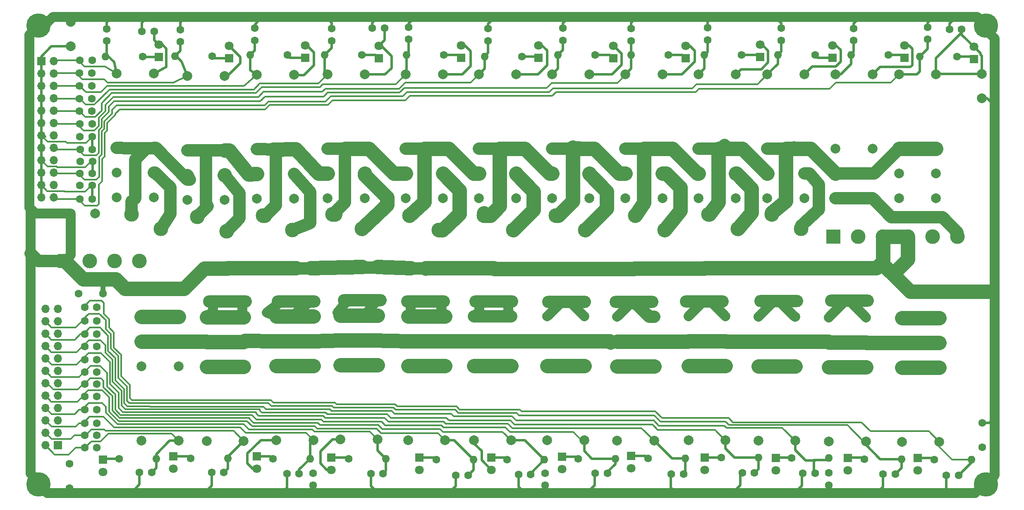
<source format=gbr>
G04 #@! TF.FileFunction,Copper,L1,Top,Signal*
%FSLAX46Y46*%
G04 Gerber Fmt 4.6, Leading zero omitted, Abs format (unit mm)*
G04 Created by KiCad (PCBNEW 4.0.7) date 11/24/19 00:27:14*
%MOMM*%
%LPD*%
G01*
G04 APERTURE LIST*
%ADD10C,0.100000*%
%ADD11C,2.000000*%
%ADD12R,1.800000X1.800000*%
%ADD13C,1.800000*%
%ADD14C,1.600000*%
%ADD15C,5.000000*%
%ADD16O,1.600000X1.600000*%
%ADD17R,1.700000X1.700000*%
%ADD18O,1.700000X1.700000*%
%ADD19C,3.000000*%
%ADD20R,3.000000X3.000000*%
%ADD21O,10.000000X2.500000*%
%ADD22C,1.700000*%
%ADD23C,3.000000*%
%ADD24C,1.000000*%
%ADD25C,2.500000*%
%ADD26C,0.500000*%
%ADD27C,2.000000*%
%ADD28C,0.350000*%
G04 APERTURE END LIST*
D10*
D11*
X180400000Y-118100000D03*
X180400000Y-102860000D03*
X180400000Y-92700000D03*
X180400000Y-97780000D03*
X188000000Y-118100000D03*
X188000000Y-97780000D03*
X188000000Y-102860000D03*
X188000000Y-92700000D03*
X137200000Y-118000000D03*
X137200000Y-102760000D03*
X137200000Y-92600000D03*
X137200000Y-97680000D03*
X144800000Y-118000000D03*
X144800000Y-97680000D03*
X144800000Y-102760000D03*
X144800000Y-92600000D03*
X54150000Y-118100000D03*
X54150000Y-102860000D03*
X54150000Y-92700000D03*
X54150000Y-97780000D03*
X61750000Y-118100000D03*
X61750000Y-97780000D03*
X61750000Y-102860000D03*
X61750000Y-92700000D03*
D12*
X140200000Y-121400000D03*
D13*
X140200000Y-123940000D03*
D14*
X41500000Y-40100000D03*
X44000000Y-40100000D03*
X41450000Y-42700000D03*
X43950000Y-42700000D03*
X41450000Y-45300000D03*
X43950000Y-45300000D03*
X41450000Y-47950000D03*
X43950000Y-47950000D03*
X41450000Y-50500000D03*
X43950000Y-50500000D03*
X41500000Y-53100000D03*
X44000000Y-53100000D03*
X41540000Y-55790000D03*
X44040000Y-55790000D03*
X41560000Y-58340000D03*
X44060000Y-58340000D03*
X41600000Y-60830000D03*
X44100000Y-60830000D03*
X41500000Y-63250000D03*
X44000000Y-63250000D03*
D11*
X226150000Y-47900000D03*
X226150000Y-42900000D03*
D14*
X41500000Y-65750000D03*
X44000000Y-65750000D03*
X42500000Y-90750000D03*
X45000000Y-90750000D03*
X185100000Y-36000000D03*
X185100000Y-33500000D03*
X170000000Y-35900000D03*
X170000000Y-33400000D03*
X154400000Y-36100000D03*
X154400000Y-33600000D03*
X140400000Y-36000000D03*
X140400000Y-33500000D03*
X125100000Y-36100000D03*
X125100000Y-33600000D03*
X108800000Y-35800000D03*
X108800000Y-33300000D03*
X93100000Y-36100000D03*
X93100000Y-33600000D03*
X77300000Y-36000000D03*
X77300000Y-33500000D03*
X62100000Y-36300000D03*
X62100000Y-33800000D03*
X47000000Y-36150000D03*
X47000000Y-33650000D03*
D11*
X39675000Y-32250000D03*
X39675000Y-37250000D03*
X39650000Y-71500000D03*
X44650000Y-71500000D03*
D14*
X41500000Y-68500000D03*
X44000000Y-68500000D03*
X54200000Y-34150000D03*
X56700000Y-34150000D03*
X219550000Y-33750000D03*
X222050000Y-33750000D03*
X101400000Y-33450000D03*
X103900000Y-33450000D03*
X215050000Y-35800000D03*
X215050000Y-33300000D03*
X199950000Y-36050000D03*
X199950000Y-33550000D03*
D12*
X57650000Y-39450000D03*
D13*
X57650000Y-36910000D03*
D12*
X72100000Y-39650000D03*
D13*
X72100000Y-37110000D03*
D12*
X87600000Y-39550000D03*
D13*
X87600000Y-37010000D03*
D12*
X102700000Y-39650000D03*
D13*
X102700000Y-37110000D03*
D12*
X119600000Y-39600000D03*
D13*
X119600000Y-37060000D03*
D12*
X135400000Y-39550000D03*
D13*
X135400000Y-37010000D03*
D12*
X150700000Y-39700000D03*
D13*
X150700000Y-37160000D03*
D12*
X165550000Y-39650000D03*
D13*
X165550000Y-37110000D03*
D12*
X180800000Y-39450000D03*
D13*
X180800000Y-36910000D03*
D12*
X195550000Y-39550000D03*
D13*
X195550000Y-37010000D03*
D12*
X224520000Y-39810000D03*
D13*
X224520000Y-37270000D03*
D12*
X210310000Y-39620000D03*
D13*
X210310000Y-37080000D03*
D15*
X33000000Y-33000000D03*
X33000000Y-127000000D03*
X227000000Y-33000000D03*
X227000000Y-127000000D03*
D14*
X54350000Y-39300000D03*
D16*
X46730000Y-39300000D03*
D14*
X68600000Y-39250000D03*
D16*
X60980000Y-39250000D03*
D14*
X84000000Y-39000000D03*
D16*
X76380000Y-39000000D03*
D14*
X99250000Y-39000000D03*
D16*
X91630000Y-39000000D03*
D14*
X116000000Y-39000000D03*
D16*
X108380000Y-39000000D03*
D14*
X132000000Y-39300000D03*
D16*
X124380000Y-39300000D03*
D14*
X147000000Y-39000000D03*
D16*
X139380000Y-39000000D03*
D14*
X162000000Y-39000000D03*
D16*
X154380000Y-39000000D03*
D14*
X177000000Y-39000000D03*
D16*
X169380000Y-39000000D03*
D14*
X192000000Y-39000000D03*
D16*
X184380000Y-39000000D03*
D14*
X207000000Y-39000000D03*
D16*
X199380000Y-39000000D03*
D14*
X221090000Y-39320000D03*
D16*
X213470000Y-39320000D03*
D11*
X56632000Y-42832000D03*
X56632000Y-58072000D03*
X56632000Y-68232000D03*
X56632000Y-63152000D03*
X49032000Y-42832000D03*
X49032000Y-63152000D03*
X49032000Y-58072000D03*
X49032000Y-68232000D03*
X71110000Y-43340000D03*
X71110000Y-58580000D03*
X71110000Y-68740000D03*
X71110000Y-63660000D03*
X63510000Y-43340000D03*
X63510000Y-63660000D03*
X63510000Y-58580000D03*
X63510000Y-68740000D03*
X85334000Y-43086000D03*
X85334000Y-58326000D03*
X85334000Y-68486000D03*
X85334000Y-63406000D03*
X77734000Y-43086000D03*
X77734000Y-63406000D03*
X77734000Y-58326000D03*
X77734000Y-68486000D03*
X99800000Y-43000000D03*
X99800000Y-58240000D03*
X99800000Y-68400000D03*
X99800000Y-63320000D03*
X92200000Y-43000000D03*
X92200000Y-63320000D03*
X92200000Y-58240000D03*
X92200000Y-68400000D03*
X115800000Y-43000000D03*
X115800000Y-58240000D03*
X115800000Y-68400000D03*
X115800000Y-63320000D03*
X108200000Y-43000000D03*
X108200000Y-63320000D03*
X108200000Y-58240000D03*
X108200000Y-68400000D03*
X130800000Y-43000000D03*
X130800000Y-58240000D03*
X130800000Y-68400000D03*
X130800000Y-63320000D03*
X123200000Y-43000000D03*
X123200000Y-63320000D03*
X123200000Y-58240000D03*
X123200000Y-68400000D03*
X145800000Y-43000000D03*
X145800000Y-58240000D03*
X145800000Y-68400000D03*
X145800000Y-63320000D03*
X138200000Y-43000000D03*
X138200000Y-63320000D03*
X138200000Y-58240000D03*
X138200000Y-68400000D03*
X160800000Y-43000000D03*
X160800000Y-58240000D03*
X160800000Y-68400000D03*
X160800000Y-63320000D03*
X153200000Y-43000000D03*
X153200000Y-63320000D03*
X153200000Y-58240000D03*
X153200000Y-68400000D03*
X175800000Y-43000000D03*
X175800000Y-58240000D03*
X175800000Y-68400000D03*
X175800000Y-63320000D03*
X168200000Y-43000000D03*
X168200000Y-63320000D03*
X168200000Y-58240000D03*
X168200000Y-68400000D03*
X189800000Y-43000000D03*
X189800000Y-58240000D03*
X189800000Y-68400000D03*
X189800000Y-63320000D03*
X182200000Y-43000000D03*
X182200000Y-63320000D03*
X182200000Y-58240000D03*
X182200000Y-68400000D03*
X203800000Y-43000000D03*
X203800000Y-58240000D03*
X203800000Y-68400000D03*
X203800000Y-63320000D03*
X196200000Y-43000000D03*
X196200000Y-63320000D03*
X196200000Y-58240000D03*
X196200000Y-68400000D03*
X216800000Y-43000000D03*
X216800000Y-58240000D03*
X216800000Y-68400000D03*
X216800000Y-63320000D03*
X209200000Y-43000000D03*
X209200000Y-63320000D03*
X209200000Y-58240000D03*
X209200000Y-68400000D03*
D17*
X33600000Y-40300000D03*
D18*
X36140000Y-40300000D03*
X33600000Y-42840000D03*
X36140000Y-42840000D03*
X33600000Y-45380000D03*
X36140000Y-45380000D03*
X33600000Y-47920000D03*
X36140000Y-47920000D03*
X33600000Y-50460000D03*
X36140000Y-50460000D03*
X33600000Y-53000000D03*
X36140000Y-53000000D03*
X33600000Y-55540000D03*
X36140000Y-55540000D03*
X33600000Y-58080000D03*
X36140000Y-58080000D03*
X33600000Y-60620000D03*
X36140000Y-60620000D03*
X33600000Y-63160000D03*
X36140000Y-63160000D03*
X33600000Y-65700000D03*
X36140000Y-65700000D03*
X33600000Y-68240000D03*
X36140000Y-68240000D03*
D14*
X42500000Y-93500000D03*
X45000000Y-93500000D03*
X42500000Y-96250000D03*
X45000000Y-96250000D03*
X42500000Y-98750000D03*
X45000000Y-98750000D03*
X42500000Y-101500000D03*
X45000000Y-101500000D03*
X42500000Y-104000000D03*
X45000000Y-104000000D03*
X42500000Y-106500000D03*
X45000000Y-106500000D03*
X42500000Y-109000000D03*
X45000000Y-109000000D03*
X42500000Y-111750000D03*
X45000000Y-111750000D03*
X42500000Y-114500000D03*
X45000000Y-114500000D03*
X42500000Y-117000000D03*
X45000000Y-117000000D03*
X42500000Y-119500000D03*
X45000000Y-119500000D03*
X89250000Y-127250000D03*
X89250000Y-124750000D03*
X194800000Y-127200000D03*
X194800000Y-124700000D03*
X136750000Y-127250000D03*
X136750000Y-124750000D03*
X46250000Y-87900000D03*
X41250000Y-87900000D03*
X226250000Y-114400000D03*
X226250000Y-119400000D03*
X39400000Y-127800000D03*
X39400000Y-122800000D03*
X221400000Y-125200000D03*
X218900000Y-125200000D03*
X208450000Y-124950000D03*
X205950000Y-124950000D03*
X192000000Y-124750000D03*
X189500000Y-124750000D03*
X179600000Y-124700000D03*
X177100000Y-124700000D03*
X165100000Y-124900000D03*
X162600000Y-124900000D03*
X149500000Y-124750000D03*
X147000000Y-124750000D03*
X133800000Y-125000000D03*
X131300000Y-125000000D03*
X121000000Y-125200000D03*
X118500000Y-125200000D03*
X103600000Y-124800000D03*
X101100000Y-124800000D03*
X86400000Y-124800000D03*
X83900000Y-124800000D03*
X71000000Y-124600000D03*
X68500000Y-124600000D03*
X56200000Y-124600000D03*
X53700000Y-124600000D03*
D12*
X213050000Y-121600000D03*
D13*
X213050000Y-124140000D03*
D12*
X198700000Y-121650000D03*
D13*
X198700000Y-124190000D03*
D12*
X184000000Y-121600000D03*
D13*
X184000000Y-124140000D03*
D12*
X169400000Y-121500000D03*
D13*
X169400000Y-124040000D03*
D12*
X154400000Y-121200000D03*
D13*
X154400000Y-123740000D03*
D12*
X125750000Y-121500000D03*
D13*
X125750000Y-124040000D03*
D12*
X111000000Y-121500000D03*
D13*
X111000000Y-124040000D03*
D12*
X93000000Y-121500000D03*
D13*
X93000000Y-124040000D03*
D12*
X77750000Y-121250000D03*
D13*
X77750000Y-123790000D03*
D12*
X60617100Y-121272300D03*
D13*
X60617100Y-123812300D03*
D12*
X46250000Y-122000000D03*
D13*
X46250000Y-124540000D03*
D17*
X37000000Y-119000000D03*
D18*
X34460000Y-119000000D03*
X37000000Y-116460000D03*
X34460000Y-116460000D03*
X37000000Y-113920000D03*
X34460000Y-113920000D03*
X37000000Y-111380000D03*
X34460000Y-111380000D03*
X37000000Y-108840000D03*
X34460000Y-108840000D03*
X37000000Y-106300000D03*
X34460000Y-106300000D03*
X37000000Y-103760000D03*
X34460000Y-103760000D03*
X37000000Y-101220000D03*
X34460000Y-101220000D03*
X37000000Y-98680000D03*
X34460000Y-98680000D03*
X37000000Y-96140000D03*
X34460000Y-96140000D03*
X37000000Y-93600000D03*
X34460000Y-93600000D03*
X37000000Y-91060000D03*
X34460000Y-91060000D03*
D14*
X216450000Y-122000000D03*
D16*
X224070000Y-122000000D03*
D14*
X202100000Y-121850000D03*
D16*
X209720000Y-121850000D03*
D14*
X187200000Y-121650000D03*
D16*
X194820000Y-121650000D03*
D14*
X172800000Y-121500000D03*
D16*
X180420000Y-121500000D03*
D14*
X157800000Y-121700000D03*
D16*
X165420000Y-121700000D03*
D14*
X143500000Y-121750000D03*
D16*
X151120000Y-121750000D03*
D14*
X129000000Y-122000000D03*
D16*
X136620000Y-122000000D03*
D14*
X114500000Y-122000000D03*
D16*
X122120000Y-122000000D03*
D14*
X96500000Y-121750000D03*
D16*
X104120000Y-121750000D03*
D14*
X81000000Y-121750000D03*
D16*
X88620000Y-121750000D03*
D14*
X64178180Y-121678700D03*
D16*
X71798180Y-121678700D03*
D14*
X49500000Y-121750000D03*
D16*
X57120000Y-121750000D03*
D11*
X67450000Y-118150000D03*
X67450000Y-102910000D03*
X67450000Y-92750000D03*
X67450000Y-97830000D03*
X75050000Y-118150000D03*
X75050000Y-97830000D03*
X75050000Y-102910000D03*
X75050000Y-92750000D03*
X81700000Y-117950000D03*
X81700000Y-102710000D03*
X81700000Y-92550000D03*
X81700000Y-97630000D03*
X89300000Y-117950000D03*
X89300000Y-97630000D03*
X89300000Y-102710000D03*
X89300000Y-92550000D03*
X94850000Y-117800000D03*
X94850000Y-102560000D03*
X94850000Y-92400000D03*
X94850000Y-97480000D03*
X102450000Y-117800000D03*
X102450000Y-97480000D03*
X102450000Y-102560000D03*
X102450000Y-92400000D03*
X108700000Y-118000000D03*
X108700000Y-102760000D03*
X108700000Y-92600000D03*
X108700000Y-97680000D03*
X116300000Y-118000000D03*
X116300000Y-97680000D03*
X116300000Y-102760000D03*
X116300000Y-92600000D03*
X122200000Y-118000000D03*
X122200000Y-102760000D03*
X122200000Y-92600000D03*
X122200000Y-97680000D03*
X129800000Y-118000000D03*
X129800000Y-97680000D03*
X129800000Y-102760000D03*
X129800000Y-92600000D03*
X151500000Y-118100000D03*
X151500000Y-102860000D03*
X151500000Y-92700000D03*
X151500000Y-97780000D03*
X159100000Y-118100000D03*
X159100000Y-97780000D03*
X159100000Y-102860000D03*
X159100000Y-92700000D03*
X166100000Y-117950000D03*
X166100000Y-102710000D03*
X166100000Y-92550000D03*
X166100000Y-97630000D03*
X173700000Y-117950000D03*
X173700000Y-97630000D03*
X173700000Y-102710000D03*
X173700000Y-92550000D03*
X194850000Y-118200000D03*
X194850000Y-102960000D03*
X194850000Y-92800000D03*
X194850000Y-97880000D03*
X202450000Y-118200000D03*
X202450000Y-97880000D03*
X202450000Y-102960000D03*
X202450000Y-92800000D03*
X209850000Y-118300000D03*
X209850000Y-103060000D03*
X209850000Y-92900000D03*
X209850000Y-97980000D03*
X217450000Y-118300000D03*
X217450000Y-97980000D03*
X217450000Y-103060000D03*
X217450000Y-92900000D03*
D19*
X200880000Y-76200000D03*
X205960000Y-76200000D03*
D20*
X195800000Y-76200000D03*
D19*
X211040000Y-76200000D03*
X216120000Y-76200000D03*
X221200000Y-76200000D03*
X124254000Y-71906000D03*
X130254000Y-74906000D03*
X52118000Y-71652000D03*
X58118000Y-74652000D03*
X138986000Y-71906000D03*
X144986000Y-74906000D03*
X65580000Y-72160000D03*
X71580000Y-75160000D03*
X155242000Y-71906000D03*
X161242000Y-74906000D03*
X79042000Y-71906000D03*
X85042000Y-74906000D03*
X93266000Y-71652000D03*
X99266000Y-74652000D03*
X170228000Y-71652000D03*
X176228000Y-74652000D03*
X183182000Y-71652000D03*
X189182000Y-74652000D03*
X109014000Y-71906000D03*
X115014000Y-74906000D03*
D21*
X126250000Y-82750000D03*
X126250000Y-89500000D03*
D22*
X123254000Y-89492000D03*
X126254000Y-89492000D03*
X129254000Y-89492000D03*
X123254000Y-82639000D03*
X126254000Y-82639000D03*
X129254000Y-82639000D03*
D21*
X199050000Y-82650000D03*
X199050000Y-89400000D03*
D22*
X196054000Y-89392000D03*
X199054000Y-89392000D03*
X202054000Y-89392000D03*
X196054000Y-82539000D03*
X199054000Y-82539000D03*
X202054000Y-82539000D03*
D21*
X184600000Y-82700000D03*
X184600000Y-89450000D03*
D22*
X181604000Y-89442000D03*
X184604000Y-89442000D03*
X187604000Y-89442000D03*
X181604000Y-82589000D03*
X184604000Y-82589000D03*
X187604000Y-82589000D03*
D21*
X112250000Y-82750000D03*
X112250000Y-89500000D03*
D22*
X109254000Y-89492000D03*
X112254000Y-89492000D03*
X115254000Y-89492000D03*
X109254000Y-82639000D03*
X112254000Y-82639000D03*
X115254000Y-82639000D03*
D21*
X99350000Y-82550000D03*
X99350000Y-89300000D03*
D22*
X96354000Y-89292000D03*
X99354000Y-89292000D03*
X102354000Y-89292000D03*
X96354000Y-82439000D03*
X99354000Y-82439000D03*
X102354000Y-82439000D03*
D21*
X169350000Y-82800000D03*
X169350000Y-89550000D03*
D22*
X166354000Y-89542000D03*
X169354000Y-89542000D03*
X172354000Y-89542000D03*
X166354000Y-82689000D03*
X169354000Y-82689000D03*
X172354000Y-82689000D03*
D21*
X85750000Y-82750000D03*
X85750000Y-89500000D03*
D22*
X82754000Y-89492000D03*
X85754000Y-89492000D03*
X88754000Y-89492000D03*
X82754000Y-82639000D03*
X85754000Y-82639000D03*
X88754000Y-82639000D03*
D21*
X154950000Y-82850000D03*
X154950000Y-89600000D03*
D22*
X151954000Y-89592000D03*
X154954000Y-89592000D03*
X157954000Y-89592000D03*
X151954000Y-82739000D03*
X154954000Y-82739000D03*
X157954000Y-82739000D03*
D21*
X141150000Y-82850000D03*
X141150000Y-89600000D03*
D22*
X138154000Y-89592000D03*
X141154000Y-89592000D03*
X144154000Y-89592000D03*
X138154000Y-82739000D03*
X141154000Y-82739000D03*
X144154000Y-82739000D03*
D21*
X71750000Y-82750000D03*
X71750000Y-89500000D03*
D22*
X68754000Y-89492000D03*
X71754000Y-89492000D03*
X74754000Y-89492000D03*
X68754000Y-82639000D03*
X71754000Y-82639000D03*
X74754000Y-82639000D03*
D19*
X43530000Y-81250000D03*
X48610000Y-81250000D03*
D20*
X38450000Y-81250000D03*
D19*
X53690000Y-81250000D03*
D23*
X211040000Y-76200000D02*
X205960000Y-76200000D01*
X211040000Y-76200000D02*
X211040000Y-80910000D01*
X211040000Y-80910000D02*
X207975000Y-83975000D01*
D24*
X46250000Y-87900000D02*
X46250000Y-85000000D01*
X46600000Y-85250000D02*
X46600000Y-85000000D01*
X46500000Y-85250000D02*
X46600000Y-85250000D01*
X46250000Y-85000000D02*
X46500000Y-85250000D01*
D25*
X38450000Y-81250000D02*
X32950000Y-81250000D01*
X32950000Y-81250000D02*
X31400000Y-79700000D01*
D23*
X71750000Y-82750000D02*
X66950000Y-82750000D01*
X66950000Y-82750000D02*
X62800000Y-86900000D01*
X62800000Y-86900000D02*
X50750000Y-86900000D01*
X50750000Y-86900000D02*
X48850000Y-85000000D01*
X48850000Y-85000000D02*
X46600000Y-85000000D01*
X46600000Y-85000000D02*
X42200000Y-85000000D01*
X42200000Y-85000000D02*
X38450000Y-81250000D01*
X141150000Y-82850000D02*
X126350000Y-82850000D01*
X126350000Y-82850000D02*
X126250000Y-82750000D01*
X154950000Y-82850000D02*
X141150000Y-82850000D01*
X169350000Y-82800000D02*
X155000000Y-82800000D01*
X155000000Y-82800000D02*
X154950000Y-82850000D01*
X205960000Y-81290000D02*
X205960000Y-81960000D01*
X211500000Y-87500000D02*
X227750000Y-87500000D01*
X205960000Y-81960000D02*
X207975000Y-83975000D01*
X207975000Y-83975000D02*
X211500000Y-87500000D01*
X184600000Y-82700000D02*
X169450000Y-82700000D01*
X169450000Y-82700000D02*
X169350000Y-82800000D01*
X199050000Y-82650000D02*
X184650000Y-82650000D01*
X184650000Y-82650000D02*
X184600000Y-82700000D01*
X205960000Y-76200000D02*
X205960000Y-81290000D01*
X204600000Y-82650000D02*
X199050000Y-82650000D01*
X205960000Y-81290000D02*
X204600000Y-82650000D01*
D26*
X226250000Y-114400000D02*
X227650000Y-114400000D01*
X227650000Y-114400000D02*
X228800000Y-113250000D01*
X218900000Y-125200000D02*
X218900000Y-128370000D01*
X218900000Y-128370000D02*
X218470000Y-128800000D01*
D27*
X33000000Y-127000000D02*
X33000000Y-126450000D01*
X33000000Y-126450000D02*
X31400000Y-124850000D01*
X31400000Y-124850000D02*
X31400000Y-79700000D01*
X31400000Y-79700000D02*
X31400000Y-70500000D01*
X39650000Y-71500000D02*
X39650000Y-80050000D01*
X39650000Y-80050000D02*
X38450000Y-81250000D01*
D26*
X205900000Y-125000000D02*
X205900000Y-127540000D01*
X205900000Y-127540000D02*
X204640000Y-128800000D01*
X194800000Y-127200000D02*
X194800000Y-128800000D01*
X194800000Y-128800000D02*
X194800000Y-129000000D01*
X194800000Y-129000000D02*
X194800000Y-128800000D01*
X189300000Y-125000000D02*
X189300000Y-127260000D01*
X189300000Y-127260000D02*
X187760000Y-128800000D01*
X176700000Y-125000000D02*
X176700000Y-127220000D01*
X176700000Y-127220000D02*
X175120000Y-128800000D01*
X162500000Y-125200000D02*
X162500000Y-127680000D01*
X162500000Y-127680000D02*
X163620000Y-128800000D01*
X136750000Y-127250000D02*
X136750000Y-127780000D01*
X136750000Y-127780000D02*
X135730000Y-128800000D01*
X131300000Y-125000000D02*
X131300000Y-127530000D01*
X131300000Y-127530000D02*
X132570000Y-128800000D01*
X118500000Y-125200000D02*
X118500000Y-127350000D01*
X118500000Y-127350000D02*
X117050000Y-128800000D01*
X89250000Y-127250000D02*
X89250000Y-128180000D01*
X89250000Y-128180000D02*
X89040000Y-128390000D01*
X89040000Y-128390000D02*
X89040000Y-128520000D01*
X89040000Y-128520000D02*
X89040000Y-128390000D01*
X83900000Y-124800000D02*
X83900000Y-127690000D01*
X83900000Y-127690000D02*
X82790000Y-128800000D01*
X101100000Y-124800000D02*
X101100000Y-127350000D01*
X101100000Y-127350000D02*
X102550000Y-128800000D01*
X89250000Y-128180000D02*
X89040000Y-128390000D01*
X89040000Y-128390000D02*
X88630000Y-128800000D01*
X68500000Y-124600000D02*
X68500000Y-127300000D01*
X68500000Y-127300000D02*
X67000000Y-128800000D01*
X53700000Y-124600000D02*
X53700000Y-127070000D01*
X53700000Y-127070000D02*
X51970000Y-128800000D01*
X39400000Y-127800000D02*
X39400000Y-127840000D01*
X39400000Y-127840000D02*
X40360000Y-128800000D01*
X226150000Y-47900000D02*
X227230000Y-47900000D01*
X227230000Y-47900000D02*
X228800000Y-49470000D01*
X219550000Y-33750000D02*
X219550000Y-32520000D01*
X219750000Y-31430000D02*
X219750000Y-31200000D01*
X219980000Y-31200000D02*
X219750000Y-31430000D01*
X220870000Y-31200000D02*
X219980000Y-31200000D01*
X219550000Y-32520000D02*
X220870000Y-31200000D01*
X215050000Y-33300000D02*
X215050000Y-32420000D01*
X215050000Y-32420000D02*
X216270000Y-31200000D01*
X199950000Y-33550000D02*
X199950000Y-32570000D01*
X199950000Y-32570000D02*
X201320000Y-31200000D01*
X185100000Y-33500000D02*
X185100000Y-32510000D01*
X185100000Y-32510000D02*
X183790000Y-31200000D01*
X170000000Y-33400000D02*
X170000000Y-32250000D01*
X170000000Y-32250000D02*
X171050000Y-31200000D01*
X154400000Y-33600000D02*
X154400000Y-32410000D01*
X154400000Y-32410000D02*
X155610000Y-31200000D01*
X140400000Y-33500000D02*
X140400000Y-32440000D01*
X140400000Y-32440000D02*
X141640000Y-31200000D01*
X125100000Y-33600000D02*
X125100000Y-32670000D01*
X125100000Y-32670000D02*
X126570000Y-31200000D01*
X108800000Y-33300000D02*
X108800000Y-32540000D01*
X108800000Y-32540000D02*
X110140000Y-31200000D01*
X101400000Y-33450000D02*
X101400000Y-32380000D01*
X101400000Y-32380000D02*
X102580000Y-31200000D01*
X93100000Y-33600000D02*
X93100000Y-32400000D01*
X93100000Y-32400000D02*
X91900000Y-31200000D01*
X77300000Y-33500000D02*
X77300000Y-32770000D01*
X77300000Y-32770000D02*
X78870000Y-31200000D01*
X62100000Y-33800000D02*
X62100000Y-32330000D01*
X62100000Y-32330000D02*
X63230000Y-31200000D01*
X54200000Y-34150000D02*
X54200000Y-32380000D01*
X54200000Y-32380000D02*
X55380000Y-31200000D01*
X47000000Y-33650000D02*
X47000000Y-32320000D01*
X47000000Y-32320000D02*
X48120000Y-31200000D01*
X39675000Y-32250000D02*
X39675000Y-31325000D01*
X39675000Y-31325000D02*
X39800000Y-31200000D01*
D27*
X39650000Y-71500000D02*
X32400000Y-71500000D01*
X32400000Y-71500000D02*
X31400000Y-70500000D01*
X31400000Y-70500000D02*
X31200000Y-70300000D01*
X39650000Y-71500000D02*
X39650000Y-71800000D01*
X33000000Y-127000000D02*
X33000000Y-126600000D01*
X31200000Y-34800000D02*
X33000000Y-33000000D01*
X31200000Y-70300000D02*
X31200000Y-34800000D01*
X227000000Y-127000000D02*
X226600000Y-127000000D01*
X226600000Y-127000000D02*
X224800000Y-128800000D01*
X34800000Y-128800000D02*
X33000000Y-127000000D01*
X224800000Y-128800000D02*
X218470000Y-128800000D01*
X218470000Y-128800000D02*
X204640000Y-128800000D01*
X204640000Y-128800000D02*
X194800000Y-128800000D01*
X194800000Y-128800000D02*
X187760000Y-128800000D01*
X187760000Y-128800000D02*
X175120000Y-128800000D01*
X175120000Y-128800000D02*
X163620000Y-128800000D01*
X163620000Y-128800000D02*
X145290000Y-128800000D01*
X135730000Y-128800000D02*
X132570000Y-128800000D01*
X132570000Y-128800000D02*
X117050000Y-128800000D01*
X117050000Y-128800000D02*
X102550000Y-128800000D01*
X102550000Y-128800000D02*
X88630000Y-128800000D01*
X88630000Y-128800000D02*
X82790000Y-128800000D01*
X82790000Y-128800000D02*
X67000000Y-128800000D01*
X67000000Y-128800000D02*
X51970000Y-128800000D01*
X51970000Y-128800000D02*
X40360000Y-128800000D01*
X40360000Y-128800000D02*
X34800000Y-128800000D01*
X227000000Y-33000000D02*
X227000000Y-33800000D01*
X227000000Y-33800000D02*
X228800000Y-35600000D01*
X228800000Y-35600000D02*
X228800000Y-49470000D01*
X228800000Y-49470000D02*
X228800000Y-85000000D01*
X228800000Y-125200000D02*
X227000000Y-127000000D01*
X228800000Y-85000000D02*
X228800000Y-111940000D01*
X228800000Y-111940000D02*
X228800000Y-113250000D01*
X228800000Y-113250000D02*
X228800000Y-125200000D01*
X33000000Y-33000000D02*
X34200000Y-33000000D01*
X34200000Y-33000000D02*
X36000000Y-31200000D01*
X36000000Y-31200000D02*
X39800000Y-31200000D01*
X39800000Y-31200000D02*
X48120000Y-31200000D01*
X48120000Y-31200000D02*
X55380000Y-31200000D01*
X55380000Y-31200000D02*
X63230000Y-31200000D01*
X63230000Y-31200000D02*
X78870000Y-31200000D01*
X78870000Y-31200000D02*
X91900000Y-31200000D01*
X91900000Y-31200000D02*
X102580000Y-31200000D01*
X102580000Y-31200000D02*
X110140000Y-31200000D01*
X110140000Y-31200000D02*
X126570000Y-31200000D01*
X126570000Y-31200000D02*
X141640000Y-31200000D01*
X141640000Y-31200000D02*
X155610000Y-31200000D01*
X155610000Y-31200000D02*
X171050000Y-31200000D01*
X171050000Y-31200000D02*
X183790000Y-31200000D01*
X183790000Y-31200000D02*
X201320000Y-31200000D01*
X201320000Y-31200000D02*
X216270000Y-31200000D01*
X216270000Y-31200000D02*
X219750000Y-31200000D01*
X219750000Y-31200000D02*
X225200000Y-31200000D01*
X225200000Y-31200000D02*
X227000000Y-33000000D01*
D23*
X85754000Y-82639000D02*
X71754000Y-82639000D01*
X99354000Y-82439000D02*
X88754000Y-82639000D01*
X109254000Y-82639000D02*
X102354000Y-82439000D01*
X126254000Y-82639000D02*
X112361000Y-82639000D01*
X112361000Y-82639000D02*
X112250000Y-82750000D01*
X112250000Y-82750000D02*
X112254000Y-82639000D01*
D26*
X146900000Y-127190000D02*
X145290000Y-128800000D01*
D27*
X145290000Y-128800000D02*
X135730000Y-128800000D01*
D26*
X146900000Y-124600000D02*
X146900000Y-127190000D01*
X46730000Y-39300000D02*
X47370000Y-39300000D01*
X47370000Y-39300000D02*
X48500000Y-40430000D01*
X48500000Y-40430000D02*
X49032000Y-42832000D01*
X47000000Y-36150000D02*
X47000000Y-39030000D01*
X47000000Y-39030000D02*
X46730000Y-39300000D01*
D28*
X41500000Y-40100000D02*
X36340000Y-40100000D01*
X36340000Y-40100000D02*
X36140000Y-40300000D01*
X41500000Y-40100000D02*
X41500000Y-40420000D01*
X41500000Y-40420000D02*
X42470000Y-41390000D01*
X42470000Y-41390000D02*
X46690000Y-41390000D01*
X46690000Y-41390000D02*
X49032000Y-42832000D01*
D26*
X60980000Y-39250000D02*
X61190000Y-39250000D01*
X61190000Y-39250000D02*
X62300000Y-40360000D01*
X62300000Y-40360000D02*
X63510000Y-43340000D01*
X62100000Y-36300000D02*
X62100000Y-38130000D01*
X62100000Y-38130000D02*
X60980000Y-39250000D01*
D28*
X41450000Y-42700000D02*
X36280000Y-42700000D01*
X36280000Y-42700000D02*
X36140000Y-42840000D01*
X41450000Y-42700000D02*
X41450000Y-43400000D01*
X41450000Y-43400000D02*
X42000000Y-43950000D01*
X42000000Y-43950000D02*
X46490000Y-43950000D01*
X46490000Y-43950000D02*
X47190000Y-44650000D01*
X47190000Y-44650000D02*
X60650000Y-44650000D01*
X60650000Y-44650000D02*
X63510000Y-43340000D01*
D26*
X77300000Y-36000000D02*
X77300000Y-38080000D01*
X77300000Y-38080000D02*
X76380000Y-39000000D01*
X76380000Y-39000000D02*
X76380000Y-42080000D01*
X76380000Y-42080000D02*
X77734000Y-43086000D01*
D28*
X41450000Y-45300000D02*
X36220000Y-45300000D01*
X36220000Y-45300000D02*
X36140000Y-45380000D01*
X41450000Y-45300000D02*
X41450000Y-45340000D01*
X41450000Y-45340000D02*
X42740000Y-46630000D01*
X42740000Y-46630000D02*
X45800000Y-46630000D01*
X45800000Y-46630000D02*
X47060000Y-45370000D01*
X47060000Y-45370000D02*
X75130000Y-45370000D01*
X75130000Y-45370000D02*
X77734000Y-43086000D01*
D26*
X93100000Y-36100000D02*
X93100000Y-37530000D01*
X93100000Y-37530000D02*
X91630000Y-39000000D01*
X91630000Y-39000000D02*
X91630000Y-42430000D01*
X91630000Y-42430000D02*
X92200000Y-43000000D01*
D28*
X41450000Y-47950000D02*
X36170000Y-47950000D01*
X36170000Y-47950000D02*
X36140000Y-47920000D01*
X41450000Y-47950000D02*
X41500000Y-47950000D01*
X41500000Y-47950000D02*
X42720000Y-49170000D01*
X42720000Y-49170000D02*
X44460000Y-49170000D01*
X44460000Y-49170000D02*
X47560000Y-46070000D01*
X47560000Y-46070000D02*
X77110000Y-46070000D01*
X77110000Y-46070000D02*
X78340000Y-44840000D01*
X78340000Y-44840000D02*
X90360000Y-44840000D01*
X90360000Y-44840000D02*
X92200000Y-43000000D01*
D26*
X108380000Y-39000000D02*
X108380000Y-42820000D01*
X108380000Y-42820000D02*
X108200000Y-43000000D01*
X108800000Y-35800000D02*
X108800000Y-38580000D01*
X108800000Y-38580000D02*
X108380000Y-39000000D01*
D28*
X41450000Y-50500000D02*
X36180000Y-50500000D01*
X36180000Y-50500000D02*
X36140000Y-50460000D01*
X41450000Y-50500000D02*
X41450000Y-50530000D01*
X41450000Y-50530000D02*
X42640000Y-51720000D01*
X42640000Y-51720000D02*
X44640000Y-51720000D01*
X44640000Y-51720000D02*
X45950000Y-50410000D01*
X45950000Y-50410000D02*
X45950000Y-48870000D01*
X45950000Y-48870000D02*
X48030000Y-46790000D01*
X48030000Y-46790000D02*
X77550000Y-46790000D01*
X77550000Y-46790000D02*
X78770000Y-45570000D01*
X78770000Y-45570000D02*
X90670000Y-45570000D01*
X90670000Y-45570000D02*
X91200000Y-45040000D01*
X91200000Y-45040000D02*
X106160000Y-45040000D01*
X106160000Y-45040000D02*
X108200000Y-43000000D01*
D26*
X124380000Y-39300000D02*
X124380000Y-41820000D01*
X124380000Y-41820000D02*
X123200000Y-43000000D01*
X125100000Y-36100000D02*
X125100000Y-38580000D01*
X125100000Y-38580000D02*
X124380000Y-39300000D01*
D28*
X41500000Y-53100000D02*
X36240000Y-53100000D01*
X36240000Y-53100000D02*
X36140000Y-53000000D01*
X46720000Y-49230000D02*
X46720000Y-50540000D01*
X46720000Y-50540000D02*
X46580000Y-50680000D01*
X45400000Y-53540000D02*
X44480000Y-54460000D01*
X45400000Y-51860000D02*
X45400000Y-53540000D01*
X46580000Y-50680000D02*
X45400000Y-51860000D01*
X42280000Y-54460000D02*
X41500000Y-53680000D01*
X42280000Y-54460000D02*
X44480000Y-54460000D01*
X46720000Y-49230000D02*
X48340000Y-47610000D01*
X48340000Y-47610000D02*
X78040000Y-47610000D01*
X78040000Y-47610000D02*
X79100000Y-46550000D01*
X79100000Y-46550000D02*
X91140000Y-46550000D01*
X91140000Y-46550000D02*
X91780000Y-45910000D01*
X91780000Y-45910000D02*
X106860000Y-45910000D01*
X106860000Y-45910000D02*
X108120000Y-44650000D01*
X108120000Y-44650000D02*
X121550000Y-44650000D01*
X123200000Y-43000000D02*
X121550000Y-44650000D01*
X41500000Y-53100000D02*
X41500000Y-53680000D01*
D26*
X139380000Y-39000000D02*
X139380000Y-41820000D01*
X139380000Y-41820000D02*
X138200000Y-43000000D01*
X140400000Y-36000000D02*
X140400000Y-37980000D01*
X140400000Y-37980000D02*
X139380000Y-39000000D01*
X154400000Y-36100000D02*
X154400000Y-38980000D01*
X154400000Y-38980000D02*
X154380000Y-39000000D01*
X154380000Y-39000000D02*
X154380000Y-41820000D01*
X154380000Y-41820000D02*
X153200000Y-43000000D01*
D28*
X41560000Y-58340000D02*
X36400000Y-58340000D01*
X36400000Y-58340000D02*
X36140000Y-58080000D01*
X41560000Y-58340000D02*
X41560000Y-58790000D01*
X41560000Y-58790000D02*
X42370000Y-59600000D01*
X42370000Y-59600000D02*
X44850000Y-59600000D01*
X44850000Y-59600000D02*
X45388910Y-59061090D01*
X45388910Y-59061090D02*
X45388910Y-54371090D01*
X45388910Y-54371090D02*
X45970000Y-53790000D01*
X45970000Y-53790000D02*
X45970000Y-52150000D01*
X45970000Y-52150000D02*
X47430000Y-50690000D01*
X47430000Y-50690000D02*
X47430000Y-49570000D01*
X47430000Y-49570000D02*
X48520000Y-48480000D01*
X48520000Y-48480000D02*
X78430000Y-48480000D01*
X78430000Y-48480000D02*
X79410000Y-47500000D01*
X79410000Y-47500000D02*
X91460000Y-47500000D01*
X91460000Y-47500000D02*
X92250000Y-46710000D01*
X92250000Y-46710000D02*
X106950000Y-46710000D01*
X106950000Y-46710000D02*
X107920000Y-45740000D01*
X107920000Y-45740000D02*
X137100000Y-45740000D01*
X137100000Y-45740000D02*
X138080000Y-44760000D01*
X138080000Y-44760000D02*
X151590000Y-44760000D01*
X151590000Y-44760000D02*
X153200000Y-43150000D01*
X153200000Y-43150000D02*
X153200000Y-43000000D01*
D26*
X222050000Y-33750000D02*
X222050000Y-34440000D01*
X222050000Y-34440000D02*
X216800000Y-39690000D01*
X216800000Y-39690000D02*
X216800000Y-43000000D01*
X226150000Y-42900000D02*
X216900000Y-42900000D01*
X216900000Y-42900000D02*
X216800000Y-43000000D01*
X226150000Y-42900000D02*
X226150000Y-39180000D01*
X225930000Y-38680000D02*
X224520000Y-37270000D01*
X225930000Y-38960000D02*
X225930000Y-38680000D01*
X226150000Y-39180000D02*
X225930000Y-38960000D01*
X222050000Y-33750000D02*
X222050000Y-34800000D01*
X222050000Y-34800000D02*
X224520000Y-37270000D01*
X210310000Y-37080000D02*
X211240000Y-37080000D01*
X205350000Y-41450000D02*
X203800000Y-43000000D01*
X211530000Y-41450000D02*
X205350000Y-41450000D01*
X211910000Y-41070000D02*
X211530000Y-41450000D01*
X211910000Y-37750000D02*
X211910000Y-41070000D01*
X211240000Y-37080000D02*
X211910000Y-37750000D01*
X195550000Y-37010000D02*
X196300000Y-37010000D01*
X196300000Y-37010000D02*
X197290000Y-38000000D01*
X197290000Y-38000000D02*
X197290000Y-40350000D01*
X197290000Y-40350000D02*
X196310000Y-41330000D01*
X196310000Y-41330000D02*
X191470000Y-41330000D01*
X191470000Y-41330000D02*
X189800000Y-43000000D01*
X180800000Y-36910000D02*
X181190000Y-36910000D01*
X181190000Y-36910000D02*
X182420000Y-38140000D01*
X182420000Y-38140000D02*
X182420000Y-40520000D01*
X182420000Y-40520000D02*
X181030000Y-41910000D01*
X181030000Y-41910000D02*
X176890000Y-41910000D01*
X176890000Y-41910000D02*
X175800000Y-43000000D01*
X165550000Y-37110000D02*
X166390000Y-37110000D01*
X166390000Y-37110000D02*
X167440000Y-38160000D01*
X167440000Y-38160000D02*
X167440000Y-40350000D01*
X167440000Y-40350000D02*
X164790000Y-43000000D01*
X164790000Y-43000000D02*
X160800000Y-43000000D01*
X150700000Y-37160000D02*
X150820000Y-37160000D01*
X150820000Y-37160000D02*
X152410000Y-38750000D01*
X152410000Y-38750000D02*
X152410000Y-41040000D01*
X152410000Y-41040000D02*
X150450000Y-43000000D01*
X150450000Y-43000000D02*
X145800000Y-43000000D01*
X135400000Y-37010000D02*
X136110000Y-37010000D01*
X136110000Y-37010000D02*
X137190000Y-38090000D01*
X137190000Y-38090000D02*
X137190000Y-41120000D01*
X137190000Y-41120000D02*
X135310000Y-43000000D01*
X135310000Y-43000000D02*
X130800000Y-43000000D01*
X119600000Y-37060000D02*
X120350000Y-37060000D01*
X120350000Y-37060000D02*
X121500000Y-38210000D01*
X121500000Y-38210000D02*
X121500000Y-41300000D01*
X121500000Y-41300000D02*
X119800000Y-43000000D01*
X119800000Y-43000000D02*
X115800000Y-43000000D01*
X103900000Y-33450000D02*
X103900000Y-35910000D01*
X103900000Y-35910000D02*
X102700000Y-37110000D01*
X102700000Y-37110000D02*
X103190000Y-37110000D01*
X103190000Y-37110000D02*
X105310000Y-39230000D01*
X105310000Y-39230000D02*
X105310000Y-41710000D01*
X105310000Y-41710000D02*
X104020000Y-43000000D01*
X104020000Y-43000000D02*
X99800000Y-43000000D01*
X87600000Y-37010000D02*
X87990000Y-37010000D01*
X87990000Y-37010000D02*
X89420000Y-38440000D01*
X89420000Y-38440000D02*
X89420000Y-41110000D01*
X89420000Y-41110000D02*
X87430000Y-43100000D01*
X87430000Y-43100000D02*
X85334000Y-43086000D01*
X71110000Y-43340000D02*
X72070000Y-43000000D01*
X74370000Y-39380000D02*
X72100000Y-37110000D01*
X74370000Y-40700000D02*
X74370000Y-39380000D01*
X72070000Y-43000000D02*
X74370000Y-40700000D01*
X57650000Y-36910000D02*
X58420000Y-36910000D01*
X58420000Y-36910000D02*
X59230000Y-37720000D01*
X57516000Y-42412000D02*
X56632000Y-42832000D01*
X59230000Y-41460000D02*
X57516000Y-42412000D01*
X59230000Y-37720000D02*
X59230000Y-41460000D01*
X56700000Y-34150000D02*
X56700000Y-35960000D01*
X56700000Y-35960000D02*
X57650000Y-36910000D01*
X33600000Y-40300000D02*
X33600000Y-39290000D01*
X35640000Y-37250000D02*
X39675000Y-37250000D01*
X33600000Y-39290000D02*
X35640000Y-37250000D01*
X44000000Y-65750000D02*
X44000000Y-68500000D01*
X44100000Y-60830000D02*
X44100000Y-63150000D01*
X44100000Y-63150000D02*
X44000000Y-63250000D01*
X44040000Y-55790000D02*
X44040000Y-58320000D01*
X44040000Y-58320000D02*
X44060000Y-58340000D01*
X33600000Y-65700000D02*
X33600000Y-68240000D01*
X33600000Y-63160000D02*
X33600000Y-65700000D01*
X33600000Y-60620000D02*
X33600000Y-63160000D01*
X33600000Y-58080000D02*
X33600000Y-60620000D01*
X33600000Y-55540000D02*
X33600000Y-58080000D01*
X33600000Y-53000000D02*
X33600000Y-54950000D01*
X33600000Y-54950000D02*
X34420000Y-55770000D01*
X33600000Y-50460000D02*
X33600000Y-53000000D01*
X33600000Y-47920000D02*
X33600000Y-50460000D01*
X33600000Y-45380000D02*
X33600000Y-47920000D01*
X33600000Y-42840000D02*
X33600000Y-45380000D01*
X33600000Y-40300000D02*
X33600000Y-42840000D01*
D28*
X44040000Y-55790000D02*
X44000000Y-55790000D01*
X44000000Y-55790000D02*
X42790000Y-57000000D01*
X42790000Y-57000000D02*
X38860000Y-57000000D01*
X38860000Y-57000000D02*
X38660000Y-56800000D01*
X38660000Y-56800000D02*
X34860000Y-56800000D01*
X34860000Y-56800000D02*
X33600000Y-55540000D01*
X44100000Y-60830000D02*
X43810000Y-60830000D01*
X43810000Y-60830000D02*
X42610000Y-62030000D01*
X34870000Y-61890000D02*
X33600000Y-60620000D01*
X36720000Y-61890000D02*
X34870000Y-61890000D01*
X36860000Y-62030000D02*
X36720000Y-61890000D01*
X42610000Y-62030000D02*
X36860000Y-62030000D01*
X44000000Y-65750000D02*
X43840000Y-65750000D01*
X43840000Y-65750000D02*
X42570000Y-67020000D01*
X34850000Y-66950000D02*
X33600000Y-65700000D01*
X38360000Y-66950000D02*
X34850000Y-66950000D01*
X38430000Y-67020000D02*
X38360000Y-66950000D01*
X42570000Y-67020000D02*
X38430000Y-67020000D01*
D26*
X57650000Y-39450000D02*
X54500000Y-39450000D01*
X54500000Y-39450000D02*
X54350000Y-39300000D01*
X72100000Y-39650000D02*
X69000000Y-39650000D01*
X69000000Y-39650000D02*
X68600000Y-39250000D01*
X87600000Y-39550000D02*
X84550000Y-39550000D01*
X84550000Y-39550000D02*
X84000000Y-39000000D01*
X99250000Y-39000000D02*
X102050000Y-39000000D01*
X102050000Y-39000000D02*
X102700000Y-39650000D01*
X116000000Y-39000000D02*
X119000000Y-39000000D01*
X119000000Y-39000000D02*
X119600000Y-39600000D01*
X132000000Y-39300000D02*
X135150000Y-39300000D01*
X135150000Y-39300000D02*
X135400000Y-39550000D01*
X147000000Y-39000000D02*
X150000000Y-39000000D01*
X150000000Y-39000000D02*
X150700000Y-39700000D01*
X162000000Y-39000000D02*
X164900000Y-39000000D01*
X164900000Y-39000000D02*
X165550000Y-39650000D01*
X185100000Y-36000000D02*
X185100000Y-38280000D01*
X185100000Y-38280000D02*
X184380000Y-39000000D01*
X184380000Y-39000000D02*
X184380000Y-40820000D01*
X184380000Y-40820000D02*
X182200000Y-43000000D01*
D28*
X41500000Y-63250000D02*
X36230000Y-63250000D01*
X36230000Y-63250000D02*
X36140000Y-63160000D01*
X41500000Y-63250000D02*
X41500000Y-63600000D01*
X41500000Y-63600000D02*
X42440000Y-64540000D01*
X42440000Y-64540000D02*
X44900000Y-64540000D01*
X44900000Y-64540000D02*
X45480000Y-63960000D01*
X45480000Y-63960000D02*
X45480000Y-59910000D01*
X45480000Y-59910000D02*
X45960000Y-59430000D01*
X45960000Y-59430000D02*
X45960000Y-54661088D01*
X45960000Y-54661088D02*
X46520002Y-54101086D01*
X46520002Y-54101086D02*
X46520002Y-52629998D01*
X46520002Y-52629998D02*
X48130000Y-51020000D01*
X48130000Y-51020000D02*
X48130000Y-50280000D01*
X48130000Y-50280000D02*
X49070000Y-49340000D01*
X49070000Y-49340000D02*
X79320000Y-49340000D01*
X79320000Y-49340000D02*
X80120000Y-48540000D01*
X80120000Y-48540000D02*
X91820000Y-48540000D01*
X91820000Y-48540000D02*
X92930000Y-47430000D01*
X92930000Y-47430000D02*
X107610000Y-47430000D01*
X107610000Y-47430000D02*
X108440000Y-46600000D01*
X108440000Y-46600000D02*
X137580000Y-46600000D01*
X137580000Y-46600000D02*
X138350000Y-45830000D01*
X138350000Y-45830000D02*
X166850000Y-45830000D01*
X166850000Y-45830000D02*
X167720000Y-44960000D01*
X167720000Y-44960000D02*
X180240000Y-44960000D01*
X180240000Y-44960000D02*
X182200000Y-43000000D01*
D26*
X170000000Y-35900000D02*
X170000000Y-38380000D01*
X170000000Y-38380000D02*
X169380000Y-39000000D01*
X169380000Y-39000000D02*
X169380000Y-41820000D01*
X169380000Y-41820000D02*
X168200000Y-43000000D01*
X177000000Y-39000000D02*
X180350000Y-39000000D01*
X180350000Y-39000000D02*
X180800000Y-39450000D01*
X195550000Y-39550000D02*
X192550000Y-39550000D01*
X192550000Y-39550000D02*
X192000000Y-39000000D01*
D25*
X56632000Y-63152000D02*
X56902000Y-63152000D01*
X56902000Y-63152000D02*
X60002000Y-66160000D01*
X60002000Y-71570000D02*
X58118000Y-74652000D01*
X60002000Y-66160000D02*
X60002000Y-71570000D01*
D26*
X199380000Y-39000000D02*
X199380000Y-40890000D01*
X197270000Y-43000000D02*
X196200000Y-43000000D01*
X199380000Y-40890000D02*
X197270000Y-43000000D01*
X199950000Y-36050000D02*
X199950000Y-38430000D01*
X199950000Y-38430000D02*
X199380000Y-39000000D01*
X213470000Y-39320000D02*
X213470000Y-42410000D01*
X212880000Y-43000000D02*
X209200000Y-43000000D01*
X213470000Y-42410000D02*
X212880000Y-43000000D01*
X215050000Y-35800000D02*
X215050000Y-37740000D01*
X215050000Y-37740000D02*
X213470000Y-39320000D01*
D28*
X41500000Y-68500000D02*
X36400000Y-68500000D01*
X36400000Y-68500000D02*
X36140000Y-68240000D01*
X41500000Y-68500000D02*
X41500000Y-68910000D01*
X41500000Y-68910000D02*
X42490000Y-69900000D01*
X207550000Y-44650000D02*
X209200000Y-43000000D01*
X196240000Y-44650000D02*
X207550000Y-44650000D01*
X194980000Y-45910000D02*
X196240000Y-44650000D01*
X168220000Y-45910000D02*
X194980000Y-45910000D01*
X167530000Y-46600000D02*
X168220000Y-45910000D01*
X139000000Y-46600000D02*
X167530000Y-46600000D01*
X138190000Y-47410000D02*
X139000000Y-46600000D01*
X109070000Y-47410000D02*
X138190000Y-47410000D01*
X108170000Y-48310000D02*
X109070000Y-47410000D01*
X93260000Y-48310000D02*
X108170000Y-48310000D01*
X92310000Y-49260000D02*
X93260000Y-48310000D01*
X80320000Y-49260000D02*
X92310000Y-49260000D01*
X79430000Y-50150000D02*
X80320000Y-49260000D01*
X49680000Y-50150000D02*
X79430000Y-50150000D01*
X48810000Y-51020000D02*
X49680000Y-50150000D01*
X48810000Y-51250000D02*
X48810000Y-51020000D01*
X47070004Y-52989996D02*
X48810000Y-51250000D01*
X47070004Y-54449996D02*
X47070004Y-52989996D01*
X46540000Y-54980000D02*
X47070004Y-54449996D01*
X46540000Y-59830000D02*
X46540000Y-54980000D01*
X46030002Y-60339998D02*
X46540000Y-59830000D01*
X46030002Y-64919998D02*
X46030002Y-60339998D01*
X45400000Y-65550000D02*
X46030002Y-64919998D01*
X45400000Y-69570000D02*
X45400000Y-65550000D01*
X45070000Y-69900000D02*
X45400000Y-69570000D01*
X42490000Y-69900000D02*
X45070000Y-69900000D01*
D26*
X221090000Y-39320000D02*
X224030000Y-39320000D01*
X224030000Y-39320000D02*
X224520000Y-39810000D01*
X207000000Y-39000000D02*
X209690000Y-39000000D01*
X209690000Y-39000000D02*
X210310000Y-39620000D01*
X122200000Y-118000000D02*
X122200000Y-118620000D01*
X122200000Y-118620000D02*
X123770000Y-120190000D01*
X123770000Y-120190000D02*
X123770000Y-122060000D01*
X123770000Y-122060000D02*
X125750000Y-124040000D01*
X93000000Y-124040000D02*
X92040000Y-124040000D01*
X93230000Y-117800000D02*
X94850000Y-117800000D01*
X90750000Y-120280000D02*
X93230000Y-117800000D01*
X90750000Y-122750000D02*
X90750000Y-120280000D01*
X92040000Y-124040000D02*
X90750000Y-122750000D01*
X77750000Y-123790000D02*
X76930000Y-123790000D01*
X76930000Y-123790000D02*
X75830000Y-122690000D01*
X75830000Y-122690000D02*
X75830000Y-120680000D01*
X75830000Y-120680000D02*
X78560000Y-117950000D01*
X78560000Y-117950000D02*
X81700000Y-117950000D01*
X209720000Y-121850000D02*
X209720000Y-123680000D01*
X209720000Y-123680000D02*
X208450000Y-124950000D01*
X202450000Y-118200000D02*
X202450000Y-118950000D01*
X202450000Y-118950000D02*
X205350000Y-121850000D01*
X205350000Y-121850000D02*
X209720000Y-121850000D01*
D28*
X202450000Y-118200000D02*
X201950000Y-118200000D01*
X201950000Y-118200000D02*
X198620000Y-114870000D01*
X42500000Y-93500000D02*
X42010000Y-93500000D01*
X42010000Y-93500000D02*
X40680000Y-94830000D01*
X35690000Y-94830000D02*
X34460000Y-93600000D01*
X40680000Y-94830000D02*
X35690000Y-94830000D01*
X79860000Y-110360000D02*
X80120000Y-110360000D01*
X174410000Y-114870000D02*
X198620000Y-114870000D01*
X173670000Y-114130000D02*
X174410000Y-114870000D01*
X160340000Y-114130000D02*
X173670000Y-114130000D01*
X159120000Y-112910000D02*
X160340000Y-114130000D01*
X131430000Y-112910000D02*
X159120000Y-112910000D01*
X130920000Y-112400000D02*
X131430000Y-112910000D01*
X118990000Y-112400000D02*
X130920000Y-112400000D01*
X118340000Y-111750000D02*
X118990000Y-112400000D01*
X106170002Y-111750000D02*
X118340000Y-111750000D01*
X105710002Y-111290000D02*
X106170002Y-111750000D01*
X93490000Y-111290000D02*
X105710002Y-111290000D01*
X93150000Y-110950000D02*
X93490000Y-111290000D01*
X80710000Y-110950000D02*
X93150000Y-110950000D01*
X80120000Y-110360000D02*
X80710000Y-110950000D01*
X56310000Y-110360000D02*
X51620000Y-110360000D01*
X49380000Y-105220000D02*
X49380000Y-103610000D01*
X51170000Y-107010000D02*
X49380000Y-105220000D01*
X51170000Y-109910000D02*
X51170000Y-107010000D01*
X51620000Y-110360000D02*
X51170000Y-109910000D01*
X42500000Y-93500000D02*
X42500000Y-92870000D01*
X42500000Y-92870000D02*
X43320000Y-92050000D01*
X49380000Y-100740000D02*
X49380000Y-103610000D01*
X47840004Y-99200004D02*
X49380000Y-100740000D01*
X47840004Y-96200004D02*
X47840004Y-99200004D01*
X46830000Y-95190000D02*
X47840004Y-96200004D01*
X46830000Y-93360000D02*
X46830000Y-95190000D01*
X45520000Y-92050000D02*
X46830000Y-93360000D01*
X43320000Y-92050000D02*
X45520000Y-92050000D01*
X56310000Y-110360000D02*
X79860000Y-110360000D01*
X188000000Y-118100000D02*
X187950000Y-118100000D01*
X187950000Y-118100000D02*
X185300000Y-115450000D01*
D26*
X188000000Y-118100000D02*
X188000000Y-120050000D01*
X192100000Y-122150000D02*
X192100000Y-122070000D01*
X190100000Y-122150000D02*
X192100000Y-122150000D01*
X188000000Y-120050000D02*
X190100000Y-122150000D01*
X191800000Y-122070000D02*
X192100000Y-122070000D01*
X192100000Y-122070000D02*
X195050000Y-122070000D01*
X195050000Y-122070000D02*
X195120000Y-122000000D01*
X191800000Y-122070000D02*
X191800000Y-125000000D01*
D28*
X42500000Y-96250000D02*
X41600000Y-96250000D01*
X35690000Y-97370000D02*
X34460000Y-96140000D01*
X40480000Y-97370000D02*
X35690000Y-97370000D01*
X41600000Y-96250000D02*
X40480000Y-97370000D01*
X78930000Y-111119998D02*
X79049998Y-111119998D01*
X173890002Y-115450000D02*
X185300000Y-115450000D01*
X173440002Y-115000000D02*
X173890002Y-115450000D01*
X160040000Y-115000000D02*
X173440002Y-115000000D01*
X159000000Y-113960000D02*
X160040000Y-115000000D01*
X130830000Y-113960000D02*
X159000000Y-113960000D01*
X129970000Y-113100000D02*
X130830000Y-113960000D01*
X118050002Y-113100000D02*
X129970000Y-113100000D01*
X117500002Y-112550000D02*
X118050002Y-113100000D01*
X105900000Y-112550000D02*
X117500002Y-112550000D01*
X105330000Y-111980000D02*
X105900000Y-112550000D01*
X92990002Y-111980000D02*
X105330000Y-111980000D01*
X92680002Y-111670000D02*
X92990002Y-111980000D01*
X79600000Y-111670000D02*
X92680002Y-111670000D01*
X79049998Y-111119998D02*
X79600000Y-111670000D01*
X55790000Y-111040000D02*
X51220000Y-111040000D01*
X48770004Y-105680004D02*
X48770004Y-104020004D01*
X50580002Y-107490002D02*
X48770004Y-105680004D01*
X50580002Y-110400002D02*
X50580002Y-107490002D01*
X51220000Y-111040000D02*
X50580002Y-110400002D01*
X42500000Y-96250000D02*
X42500000Y-95950000D01*
X42500000Y-95950000D02*
X43540000Y-94910000D01*
X48770004Y-101170004D02*
X48770004Y-104020004D01*
X47290002Y-99690002D02*
X48770004Y-101170004D01*
X47290002Y-96590002D02*
X47290002Y-99690002D01*
X45610000Y-94910000D02*
X47290002Y-96590002D01*
X43540000Y-94910000D02*
X45610000Y-94910000D01*
X55790000Y-111040000D02*
X55869998Y-111119998D01*
X55869998Y-111119998D02*
X78930000Y-111119998D01*
D26*
X173700000Y-117950000D02*
X173700000Y-119700000D01*
X175500000Y-121500000D02*
X180420000Y-121500000D01*
X173700000Y-119700000D02*
X175500000Y-121500000D01*
X180420000Y-121500000D02*
X180420000Y-123880000D01*
X180420000Y-123880000D02*
X179600000Y-124700000D01*
D28*
X173700000Y-117950000D02*
X173550000Y-117950000D01*
X173550000Y-117950000D02*
X171510000Y-115860000D01*
X42500000Y-98750000D02*
X41980000Y-98750000D01*
X41980000Y-98750000D02*
X40820000Y-99910000D01*
X35690000Y-99910000D02*
X34460000Y-98680000D01*
X40820000Y-99910000D02*
X35690000Y-99910000D01*
X78290000Y-111670000D02*
X78290000Y-111900000D01*
X159790000Y-115860000D02*
X171510000Y-115860000D01*
X158730000Y-114800000D02*
X159790000Y-115860000D01*
X130480000Y-114800000D02*
X158730000Y-114800000D01*
X129620000Y-113940000D02*
X130480000Y-114800000D01*
X117090000Y-113940000D02*
X129620000Y-113940000D01*
X116530000Y-113380000D02*
X117090000Y-113940000D01*
X105150000Y-113380000D02*
X116530000Y-113380000D01*
X104390000Y-112620000D02*
X105150000Y-113380000D01*
X92160000Y-112620000D02*
X104390000Y-112620000D01*
X91860000Y-112320000D02*
X92160000Y-112620000D01*
X78710000Y-112320000D02*
X91860000Y-112320000D01*
X78290000Y-111900000D02*
X78710000Y-112320000D01*
X55430000Y-111670000D02*
X50790000Y-111670000D01*
X48220002Y-105990002D02*
X48220002Y-104460002D01*
X50030000Y-107800000D02*
X48220002Y-105990002D01*
X50030000Y-110910000D02*
X50030000Y-107800000D01*
X50790000Y-111670000D02*
X50030000Y-110910000D01*
X42500000Y-98320000D02*
X43340000Y-97480000D01*
X48220002Y-101500002D02*
X48220002Y-104460002D01*
X46740000Y-100020000D02*
X48220002Y-101500002D01*
X46740000Y-98480000D02*
X46740000Y-100020000D01*
X45740000Y-97480000D02*
X46740000Y-98480000D01*
X43340000Y-97480000D02*
X45740000Y-97480000D01*
X55430000Y-111670000D02*
X78290000Y-111670000D01*
X42500000Y-98750000D02*
X42500000Y-98320000D01*
D26*
X165420000Y-121700000D02*
X165420000Y-124580000D01*
X165420000Y-124580000D02*
X165100000Y-124900000D01*
X165420000Y-121700000D02*
X162700000Y-121700000D01*
X162700000Y-121700000D02*
X159100000Y-118100000D01*
D28*
X155800000Y-115500000D02*
X156500000Y-115500000D01*
X156500000Y-115500000D02*
X159100000Y-118100000D01*
X42500000Y-101500000D02*
X41870000Y-101500000D01*
X41870000Y-101500000D02*
X40860000Y-102510000D01*
X35750000Y-102510000D02*
X34460000Y-101220000D01*
X40860000Y-102510000D02*
X35750000Y-102510000D01*
X77570000Y-112229998D02*
X77570000Y-112430000D01*
X130050000Y-115500000D02*
X155800000Y-115500000D01*
X129120000Y-114570000D02*
X130050000Y-115500000D01*
X116360002Y-114570000D02*
X129120000Y-114570000D01*
X115980002Y-114190000D02*
X116360002Y-114570000D01*
X104690000Y-114190000D02*
X115980002Y-114190000D01*
X103940000Y-113440000D02*
X104690000Y-114190000D01*
X91760000Y-113440000D02*
X103940000Y-113440000D01*
X91290000Y-112970000D02*
X91760000Y-113440000D01*
X78110000Y-112970000D02*
X91290000Y-112970000D01*
X77570000Y-112430000D02*
X78110000Y-112970000D01*
X55039998Y-112229998D02*
X50299998Y-112229998D01*
X47640002Y-104860000D02*
X47670000Y-104860000D01*
X47640002Y-106450002D02*
X47640002Y-104860000D01*
X49460000Y-108270000D02*
X47640002Y-106450002D01*
X49460000Y-111390000D02*
X49460000Y-108270000D01*
X50299998Y-112229998D02*
X49460000Y-111390000D01*
X42500000Y-101500000D02*
X42500000Y-100860000D01*
X42500000Y-100860000D02*
X43250000Y-100110000D01*
X47670000Y-101980000D02*
X47670000Y-104860000D01*
X45800000Y-100110000D02*
X47670000Y-101980000D01*
X43250000Y-100110000D02*
X45800000Y-100110000D01*
X47670000Y-104860000D02*
X47670000Y-104860000D01*
X55039998Y-112229998D02*
X77570000Y-112229998D01*
D26*
X144800000Y-118000000D02*
X144800000Y-120200000D01*
X146350000Y-121750000D02*
X151120000Y-121750000D01*
X144800000Y-120200000D02*
X146350000Y-121750000D01*
D28*
X144800000Y-118000000D02*
X144200000Y-118000000D01*
X144200000Y-118000000D02*
X142520000Y-116320000D01*
D26*
X151120000Y-121760000D02*
X151120000Y-122880000D01*
X151120000Y-122880000D02*
X149400000Y-124600000D01*
D28*
X42500000Y-104000000D02*
X42310000Y-104000000D01*
X42310000Y-104000000D02*
X41320000Y-104990000D01*
X35690000Y-104990000D02*
X34460000Y-103760000D01*
X41320000Y-104990000D02*
X35690000Y-104990000D01*
X76590000Y-112780000D02*
X76690000Y-112780000D01*
X129580000Y-116320000D02*
X142520000Y-116320000D01*
X128590000Y-115330000D02*
X129580000Y-116320000D01*
X115950000Y-115330000D02*
X128590000Y-115330000D01*
X115540000Y-114920000D02*
X115950000Y-115330000D01*
X104020000Y-114920000D02*
X115540000Y-114920000D01*
X103290000Y-114190000D02*
X104020000Y-114920000D01*
X91330000Y-114190000D02*
X103290000Y-114190000D01*
X90910000Y-113770000D02*
X91330000Y-114190000D01*
X77680000Y-113770000D02*
X90910000Y-113770000D01*
X76690000Y-112780000D02*
X77680000Y-113770000D01*
X54530002Y-112780000D02*
X49817820Y-112780000D01*
X47090000Y-106940000D02*
X47090000Y-105339998D01*
X48750000Y-108600000D02*
X47090000Y-106940000D01*
X48750000Y-111712180D02*
X48750000Y-108600000D01*
X49817820Y-112780000D02*
X48750000Y-111712180D01*
X42500000Y-104000000D02*
X42500000Y-103910000D01*
X42500000Y-103910000D02*
X43710000Y-102700000D01*
X47090000Y-104170000D02*
X47090000Y-105339998D01*
X45620000Y-102700000D02*
X47090000Y-104170000D01*
X43710000Y-102700000D02*
X45620000Y-102700000D01*
X54530002Y-112780000D02*
X76590000Y-112780000D01*
D26*
X133800000Y-125000000D02*
X133800000Y-124820000D01*
X133800000Y-124820000D02*
X136620000Y-122000000D01*
X129800000Y-118000000D02*
X132620000Y-118000000D01*
X132620000Y-118000000D02*
X136620000Y-122000000D01*
D28*
X42500000Y-106500000D02*
X42150000Y-106500000D01*
X42150000Y-106500000D02*
X41040000Y-107610000D01*
X36120000Y-107610000D02*
X34810000Y-106300000D01*
X41040000Y-107610000D02*
X36120000Y-107610000D01*
X34810000Y-106300000D02*
X34460000Y-106300000D01*
X76250000Y-113380000D02*
X76250000Y-113550000D01*
X115850000Y-116270000D02*
X128070000Y-116270000D01*
X115280000Y-115700000D02*
X115850000Y-116270000D01*
X103410000Y-115700000D02*
X115280000Y-115700000D01*
X102600000Y-114890000D02*
X103410000Y-115700000D01*
X90720000Y-114890000D02*
X102600000Y-114890000D01*
X90220000Y-114390000D02*
X90720000Y-114890000D01*
X77090000Y-114390000D02*
X90220000Y-114390000D01*
X76250000Y-113550000D02*
X77090000Y-114390000D01*
X53950000Y-113380000D02*
X49640000Y-113380000D01*
X46340000Y-107130000D02*
X46340000Y-105770000D01*
X48160000Y-108950000D02*
X46340000Y-107130000D01*
X48160000Y-111900000D02*
X48160000Y-108950000D01*
X49640000Y-113380000D02*
X48160000Y-111900000D01*
X42500000Y-106500000D02*
X42500000Y-106360000D01*
X42500000Y-106360000D02*
X43610000Y-105250000D01*
X45820000Y-105250000D02*
X46340000Y-105770000D01*
X43610000Y-105250000D02*
X45820000Y-105250000D01*
X53950000Y-113380000D02*
X76250000Y-113380000D01*
X128070000Y-116270000D02*
X129800000Y-118000000D01*
D26*
X122120000Y-122000000D02*
X122120000Y-124080000D01*
X122120000Y-124080000D02*
X121000000Y-125200000D01*
X116300000Y-118000000D02*
X118120000Y-118000000D01*
X118120000Y-118000000D02*
X122120000Y-122000000D01*
D28*
X42500000Y-109000000D02*
X42100000Y-109000000D01*
X42100000Y-109000000D02*
X41030000Y-110070000D01*
X35690000Y-110070000D02*
X34460000Y-108840000D01*
X41030000Y-110070000D02*
X35690000Y-110070000D01*
X75410000Y-114070000D02*
X75710000Y-114070000D01*
X103160000Y-116510000D02*
X114810000Y-116510000D01*
X102270000Y-115620000D02*
X103160000Y-116510000D01*
X90090002Y-115620000D02*
X102270000Y-115620000D01*
X89610002Y-115140000D02*
X90090002Y-115620000D01*
X76780000Y-115140000D02*
X89610002Y-115140000D01*
X75710000Y-114070000D02*
X76780000Y-115140000D01*
X52420000Y-114070000D02*
X49440002Y-114070000D01*
X47510000Y-109160000D02*
X46060000Y-107710000D01*
X47510000Y-112139998D02*
X47510000Y-109160000D01*
X49440002Y-114070000D02*
X47510000Y-112139998D01*
X42500000Y-109000000D02*
X42500000Y-108410000D01*
X42500000Y-108410000D02*
X43200000Y-107710000D01*
X43200000Y-107710000D02*
X46060000Y-107710000D01*
X52420000Y-114070000D02*
X75410000Y-114070000D01*
X114810000Y-116510000D02*
X116300000Y-118000000D01*
D26*
X104120000Y-121750000D02*
X104120000Y-124280000D01*
X104120000Y-124280000D02*
X103600000Y-124800000D01*
X102450000Y-117800000D02*
X102450000Y-120080000D01*
X102450000Y-120080000D02*
X104120000Y-121750000D01*
D28*
X42500000Y-111750000D02*
X41370000Y-111750000D01*
X35750000Y-112670000D02*
X34460000Y-111380000D01*
X40450000Y-112670000D02*
X35750000Y-112670000D01*
X41370000Y-111750000D02*
X40450000Y-112670000D01*
X74960000Y-114680000D02*
X75040000Y-114680000D01*
X89500000Y-116190000D02*
X100840000Y-116190000D01*
X89070000Y-115760000D02*
X89500000Y-116190000D01*
X76120000Y-115760000D02*
X89070000Y-115760000D01*
X75040000Y-114680000D02*
X76120000Y-115760000D01*
X50600000Y-114680000D02*
X49210000Y-114680000D01*
X46840000Y-111150000D02*
X46310000Y-110620000D01*
X46840000Y-112310000D02*
X46840000Y-111150000D01*
X49210000Y-114680000D02*
X46840000Y-112310000D01*
X42500000Y-111750000D02*
X42500000Y-111190000D01*
X42500000Y-111190000D02*
X43300000Y-110390000D01*
X46080000Y-110390000D02*
X46310000Y-110620000D01*
X43300000Y-110390000D02*
X46080000Y-110390000D01*
X50600000Y-114680000D02*
X74960000Y-114680000D01*
X100840000Y-116190000D02*
X102450000Y-117800000D01*
D26*
X88620000Y-121750000D02*
X88620000Y-118630000D01*
X88620000Y-118630000D02*
X89300000Y-117950000D01*
X86400000Y-124800000D02*
X86400000Y-123970000D01*
X86400000Y-123970000D02*
X88620000Y-121750000D01*
D28*
X42500000Y-114500000D02*
X41320000Y-114500000D01*
X35710000Y-115170000D02*
X34460000Y-113920000D01*
X40650000Y-115170000D02*
X35710000Y-115170000D01*
X41320000Y-114500000D02*
X40650000Y-115170000D01*
X74150000Y-115360000D02*
X74350000Y-115360000D01*
X74350000Y-115360000D02*
X75420000Y-116430000D01*
X75420000Y-116430000D02*
X87780000Y-116430000D01*
X42500000Y-114500000D02*
X42500000Y-114130000D01*
X42500000Y-114130000D02*
X43450000Y-113180000D01*
X43450000Y-113180000D02*
X46320000Y-113180000D01*
X46320000Y-113180000D02*
X48500000Y-115360000D01*
X48500000Y-115360000D02*
X74150000Y-115360000D01*
X87780000Y-116430000D02*
X89300000Y-117950000D01*
D26*
X71798180Y-121678700D02*
X71798180Y-121401820D01*
X71798180Y-121401820D02*
X75050000Y-118150000D01*
X71798180Y-121678700D02*
X71798180Y-123801820D01*
X71798180Y-123801820D02*
X71000000Y-124600000D01*
D28*
X42500000Y-117000000D02*
X40360000Y-117000000D01*
X35710000Y-117710000D02*
X34460000Y-116460000D01*
X39650000Y-117710000D02*
X35710000Y-117710000D01*
X40360000Y-117000000D02*
X39650000Y-117710000D01*
X42500000Y-117000000D02*
X42650000Y-117000000D01*
X42650000Y-117000000D02*
X43900000Y-115750000D01*
X43900000Y-115750000D02*
X46460000Y-115750000D01*
X46460000Y-115750000D02*
X46779998Y-116069998D01*
X46779998Y-116069998D02*
X72969998Y-116069998D01*
X72969998Y-116069998D02*
X75050000Y-118150000D01*
X42500000Y-90750000D02*
X42500000Y-90450000D01*
X42500000Y-90450000D02*
X43550000Y-89400000D01*
X43550000Y-89400000D02*
X45950000Y-89400000D01*
X45950000Y-89400000D02*
X46450000Y-89900000D01*
X46450000Y-89900000D02*
X46450000Y-92100000D01*
X46450000Y-92100000D02*
X47500000Y-93150000D01*
X47500000Y-93150000D02*
X47500000Y-94900000D01*
X47500000Y-94900000D02*
X48450000Y-95850000D01*
X48450000Y-95850000D02*
X48450000Y-99000000D01*
X48450000Y-99000000D02*
X49930002Y-100480002D01*
X49930002Y-100480002D02*
X49930002Y-104880002D01*
X49930002Y-104880002D02*
X51720002Y-106670002D01*
X51720002Y-106670002D02*
X51720002Y-109370002D01*
X51720002Y-109370002D02*
X52150000Y-109800000D01*
X52150000Y-109800000D02*
X80600002Y-109800000D01*
X80600002Y-109800000D02*
X81100002Y-110300000D01*
X81100002Y-110300000D02*
X93750000Y-110300000D01*
X93750000Y-110300000D02*
X94050000Y-110600000D01*
X94050000Y-110600000D02*
X106050000Y-110600000D01*
X106050000Y-110600000D02*
X106500000Y-111050000D01*
X106500000Y-111050000D02*
X118600000Y-111050000D01*
X118600000Y-111050000D02*
X119250000Y-111700000D01*
X119250000Y-111700000D02*
X131550000Y-111700000D01*
X131550000Y-111700000D02*
X131900000Y-112050000D01*
X131900000Y-112050000D02*
X159270002Y-112050000D01*
X159270002Y-112050000D02*
X160670002Y-113450000D01*
X160670002Y-113450000D02*
X174350000Y-113450000D01*
X174350000Y-113450000D02*
X175200000Y-114300000D01*
X175200000Y-114300000D02*
X201500000Y-114300000D01*
X201500000Y-114300000D02*
X203350000Y-116150000D01*
X203350000Y-116150000D02*
X215300000Y-116150000D01*
X215300000Y-116150000D02*
X217450000Y-118300000D01*
X217450000Y-118300000D02*
X217450000Y-119350000D01*
X220100000Y-122000000D02*
X224070000Y-122000000D01*
X217450000Y-119350000D02*
X220100000Y-122000000D01*
D26*
X224070000Y-122000000D02*
X224070000Y-122530000D01*
X224070000Y-122530000D02*
X221400000Y-125200000D01*
D28*
X42500000Y-119500000D02*
X42550000Y-119500000D01*
X42550000Y-119500000D02*
X43850000Y-118200000D01*
X60270000Y-116620000D02*
X61750000Y-118100000D01*
X47330000Y-116620000D02*
X60270000Y-116620000D01*
X45750000Y-118200000D02*
X47330000Y-116620000D01*
X43850000Y-118200000D02*
X45750000Y-118200000D01*
D26*
X57120000Y-121750000D02*
X57120000Y-120830000D01*
X59850000Y-118100000D02*
X61750000Y-118100000D01*
X57120000Y-120830000D02*
X59850000Y-118100000D01*
X57120000Y-121750000D02*
X57120000Y-123680000D01*
X57120000Y-123680000D02*
X56200000Y-124600000D01*
D28*
X42500000Y-119500000D02*
X40660000Y-119500000D01*
X36370000Y-120910000D02*
X34460000Y-119000000D01*
X39250000Y-120910000D02*
X36370000Y-120910000D01*
X40660000Y-119500000D02*
X39250000Y-120910000D01*
X42500000Y-119500000D02*
X42500000Y-118820000D01*
D26*
X213050000Y-121600000D02*
X216050000Y-121600000D01*
X216050000Y-121600000D02*
X216450000Y-122000000D01*
X198500000Y-121500000D02*
X201750000Y-121500000D01*
X201750000Y-121500000D02*
X202000000Y-121750000D01*
X183750000Y-121500000D02*
X187000000Y-121500000D01*
X187000000Y-121500000D02*
X187500000Y-122000000D01*
X169250000Y-121500000D02*
X172250000Y-121500000D01*
X172250000Y-121500000D02*
X172750000Y-122000000D01*
X154400000Y-121200000D02*
X157300000Y-121200000D01*
X157300000Y-121200000D02*
X157800000Y-121700000D01*
X140270000Y-121350000D02*
X143090000Y-121350000D01*
X143090000Y-121350000D02*
X143500000Y-121760000D01*
X125750000Y-121500000D02*
X128500000Y-121500000D01*
X128500000Y-121500000D02*
X129000000Y-122000000D01*
X111000000Y-121500000D02*
X114000000Y-121500000D01*
X114000000Y-121500000D02*
X114500000Y-122000000D01*
X93000000Y-121500000D02*
X96250000Y-121500000D01*
X96250000Y-121500000D02*
X96500000Y-121750000D01*
X77750000Y-121250000D02*
X80500000Y-121250000D01*
X80500000Y-121250000D02*
X81000000Y-121750000D01*
X60617100Y-121272300D02*
X63771780Y-121272300D01*
X63771780Y-121272300D02*
X64178180Y-121678700D01*
X49500000Y-121750000D02*
X46500000Y-121750000D01*
X46500000Y-121750000D02*
X46250000Y-122000000D01*
D23*
X75050000Y-102910000D02*
X67450000Y-102910000D01*
X89300000Y-102710000D02*
X81700000Y-102710000D01*
X102450000Y-102560000D02*
X94850000Y-102560000D01*
X116300000Y-102760000D02*
X108700000Y-102760000D01*
X129800000Y-102760000D02*
X122200000Y-102760000D01*
X144800000Y-102760000D02*
X137200000Y-102760000D01*
X151500000Y-102860000D02*
X159100000Y-102860000D01*
X166100000Y-102710000D02*
X173700000Y-102710000D01*
X180400000Y-102860000D02*
X188000000Y-102860000D01*
X194850000Y-102960000D02*
X202450000Y-102960000D01*
D27*
X68754000Y-89492000D02*
X68754000Y-91446000D01*
X68754000Y-91446000D02*
X67450000Y-92750000D01*
X74754000Y-89492000D02*
X74754000Y-92454000D01*
X74754000Y-92454000D02*
X75050000Y-92750000D01*
D23*
X75050000Y-92750000D02*
X67450000Y-92750000D01*
D27*
X141150000Y-89600000D02*
X141800000Y-89600000D01*
X141800000Y-89600000D02*
X144800000Y-92600000D01*
X141150000Y-89600000D02*
X140200000Y-89600000D01*
X140200000Y-89600000D02*
X137200000Y-92600000D01*
D25*
X159100000Y-92700000D02*
X158050000Y-92700000D01*
X158050000Y-92700000D02*
X154950000Y-89600000D01*
D27*
X154950000Y-89600000D02*
X157000000Y-89600000D01*
X154950000Y-89600000D02*
X154600000Y-89600000D01*
X154600000Y-89600000D02*
X151500000Y-92700000D01*
X88754000Y-89492000D02*
X85754000Y-91804000D01*
X85754000Y-91804000D02*
X89300000Y-92550000D01*
X82754000Y-89492000D02*
X79754000Y-91796000D01*
X79754000Y-91796000D02*
X81700000Y-92550000D01*
D23*
X89300000Y-92550000D02*
X81700000Y-92550000D01*
D27*
X169350000Y-89550000D02*
X170700000Y-89550000D01*
X170700000Y-89550000D02*
X173700000Y-92550000D01*
X169350000Y-89550000D02*
X169100000Y-89550000D01*
X169100000Y-89550000D02*
X166100000Y-92550000D01*
X102354000Y-89292000D02*
X100254000Y-91804000D01*
X100254000Y-91804000D02*
X102450000Y-92400000D01*
X96354000Y-89292000D02*
X94254000Y-91796000D01*
X94254000Y-91796000D02*
X94850000Y-92400000D01*
D23*
X102450000Y-92400000D02*
X94850000Y-92400000D01*
D27*
X115254000Y-89492000D02*
X115754000Y-92054000D01*
X115754000Y-92054000D02*
X116300000Y-92600000D01*
X109254000Y-89492000D02*
X109254000Y-91546000D01*
X109254000Y-91546000D02*
X108700000Y-92600000D01*
D23*
X116300000Y-92600000D02*
X108700000Y-92600000D01*
D27*
X188000000Y-92700000D02*
X187850000Y-92700000D01*
X187850000Y-92700000D02*
X184600000Y-89450000D01*
X184600000Y-89450000D02*
X183650000Y-89450000D01*
X183650000Y-89450000D02*
X180400000Y-92700000D01*
X199050000Y-89400000D02*
X202450000Y-92800000D01*
X199050000Y-89400000D02*
X198250000Y-89400000D01*
X198250000Y-89400000D02*
X194850000Y-92800000D01*
X129254000Y-89492000D02*
X129254000Y-92054000D01*
X123254000Y-89492000D02*
X123254000Y-91546000D01*
D25*
X129800000Y-92600000D02*
X122200000Y-92600000D01*
D27*
X129254000Y-92054000D02*
X129800000Y-92600000D01*
X123254000Y-91546000D02*
X122200000Y-92600000D01*
D25*
X221200000Y-76200000D02*
X221200000Y-75375000D01*
X221200000Y-75375000D02*
X218075000Y-72250000D01*
X218075000Y-72250000D02*
X207650000Y-72250000D01*
X207650000Y-72250000D02*
X203800000Y-68400000D01*
X203800000Y-68400000D02*
X196200000Y-68400000D01*
X196200000Y-63320000D02*
X203800000Y-63320000D01*
X203800000Y-63320000D02*
X204120000Y-63320000D01*
X204120000Y-63320000D02*
X209200000Y-58240000D01*
D23*
X216800000Y-58240000D02*
X209200000Y-58240000D01*
X209850000Y-92900000D02*
X217450000Y-92900000D01*
D25*
X182200000Y-58240000D02*
X187378000Y-58240000D01*
X187706000Y-57912000D02*
X187706000Y-58240000D01*
X187378000Y-58240000D02*
X187706000Y-57912000D01*
D23*
X189800000Y-58240000D02*
X191120000Y-58240000D01*
X191120000Y-58240000D02*
X196200000Y-63320000D01*
X183182000Y-71652000D02*
X183182000Y-71352000D01*
X183182000Y-71352000D02*
X186000000Y-69000000D01*
X186000000Y-69000000D02*
X186000000Y-58240000D01*
X186000000Y-58240000D02*
X187706000Y-58240000D01*
X187706000Y-58240000D02*
X189800000Y-58240000D01*
D25*
X123200000Y-58240000D02*
X127400000Y-58240000D01*
D23*
X145800000Y-63320000D02*
X145800000Y-63400000D01*
X145800000Y-63400000D02*
X149400000Y-67000000D01*
X149400000Y-67000000D02*
X149400000Y-70500000D01*
X149400000Y-70500000D02*
X144986000Y-74906000D01*
X138200000Y-63320000D02*
X137720000Y-63320000D01*
X137720000Y-63320000D02*
X132640000Y-58240000D01*
X132640000Y-58240000D02*
X130800000Y-58240000D01*
X124254000Y-71906000D02*
X125554000Y-71906000D01*
X125554000Y-71906000D02*
X127400000Y-70000000D01*
X127400000Y-70000000D02*
X127400000Y-58240000D01*
X127400000Y-58240000D02*
X130800000Y-58240000D01*
X124254000Y-71906000D02*
X124254000Y-71406000D01*
D25*
X108200000Y-58240000D02*
X112000000Y-58240000D01*
D23*
X130800000Y-63320000D02*
X130800000Y-63400000D01*
X130800000Y-63400000D02*
X134400000Y-67000000D01*
X134400000Y-67000000D02*
X134400000Y-70700000D01*
X134400000Y-70700000D02*
X130254000Y-74906000D01*
X112000000Y-58240000D02*
X112000000Y-69100000D01*
X112000000Y-69100000D02*
X109014000Y-71906000D01*
X115800000Y-58240000D02*
X112000000Y-58240000D01*
X115800000Y-58240000D02*
X117040000Y-58240000D01*
X122120000Y-63320000D02*
X123200000Y-63320000D01*
X117040000Y-58240000D02*
X122120000Y-63320000D01*
D25*
X52118000Y-71652000D02*
X52118000Y-69040000D01*
X52832000Y-60452000D02*
X55124000Y-58160000D01*
X52832000Y-68326000D02*
X52832000Y-60452000D01*
X52118000Y-69040000D02*
X52832000Y-68326000D01*
X51600000Y-58160000D02*
X55124000Y-58160000D01*
X55124000Y-58160000D02*
X56544000Y-58160000D01*
X56544000Y-58160000D02*
X56632000Y-58072000D01*
X56632000Y-58072000D02*
X57056000Y-58072000D01*
X57056000Y-58072000D02*
X63500000Y-64516000D01*
X63500000Y-64516000D02*
X64008000Y-64516000D01*
X64008000Y-64516000D02*
X63510000Y-63660000D01*
X71580000Y-75160000D02*
X73700000Y-73000000D01*
X73700000Y-73000000D02*
X74168000Y-72390000D01*
X74168000Y-72390000D02*
X74168000Y-67334000D01*
X74168000Y-67334000D02*
X71110000Y-63660000D01*
X49032000Y-58072000D02*
X51600000Y-58160000D01*
D23*
X71110000Y-63660000D02*
X71130000Y-63660000D01*
D25*
X138200000Y-58240000D02*
X142400000Y-58240000D01*
X142400000Y-58240000D02*
X142728000Y-57912000D01*
X142728000Y-57912000D02*
X143764000Y-57912000D01*
X143764000Y-57912000D02*
X142400000Y-57912000D01*
D23*
X160800000Y-63320000D02*
X161520000Y-63320000D01*
X161520000Y-63320000D02*
X164400000Y-66200000D01*
X164400000Y-66200000D02*
X164400000Y-70900000D01*
X164400000Y-70900000D02*
X161242000Y-74906000D01*
X145800000Y-58240000D02*
X146840000Y-58240000D01*
X151920000Y-63320000D02*
X153200000Y-63320000D01*
X146840000Y-58240000D02*
X151920000Y-63320000D01*
X138986000Y-71906000D02*
X139486000Y-71906000D01*
X139486000Y-71906000D02*
X142400000Y-69000000D01*
X142400000Y-69000000D02*
X142400000Y-57912000D01*
X142400000Y-57912000D02*
X142400000Y-58240000D01*
X145800000Y-58240000D02*
X146240000Y-58240000D01*
X142400000Y-58240000D02*
X145800000Y-58240000D01*
D25*
X65580000Y-72160000D02*
X67700000Y-70000000D01*
X67700000Y-70000000D02*
X67310000Y-69596000D01*
X67310000Y-69596000D02*
X67310000Y-58580000D01*
X71110000Y-58580000D02*
X67310000Y-58580000D01*
X67310000Y-58580000D02*
X63510000Y-58580000D01*
X85334000Y-63406000D02*
X85344000Y-63406000D01*
X85344000Y-63406000D02*
X88646000Y-67056000D01*
X87800000Y-73800000D02*
X85042000Y-74906000D01*
X88646000Y-73406000D02*
X87800000Y-73800000D01*
X88646000Y-67056000D02*
X88646000Y-73406000D01*
D23*
X71110000Y-58580000D02*
X72050000Y-58580000D01*
X72050000Y-58580000D02*
X76020000Y-63420000D01*
X76020000Y-63420000D02*
X77734000Y-63406000D01*
D25*
X153200000Y-58240000D02*
X157000000Y-58240000D01*
D23*
X175800000Y-63320000D02*
X175920000Y-63320000D01*
X175920000Y-63320000D02*
X179000000Y-66400000D01*
X179000000Y-66400000D02*
X179000000Y-71300000D01*
X179000000Y-71300000D02*
X176228000Y-74652000D01*
X160800000Y-58240000D02*
X162840000Y-58240000D01*
X162840000Y-58240000D02*
X167920000Y-63320000D01*
X167920000Y-63320000D02*
X168200000Y-63320000D01*
X157000000Y-58240000D02*
X157000000Y-69300000D01*
X157000000Y-69300000D02*
X155242000Y-71906000D01*
X157000000Y-58240000D02*
X160800000Y-58240000D01*
D25*
X79042000Y-71906000D02*
X79494000Y-71906000D01*
X79494000Y-71906000D02*
X81600000Y-69800000D01*
X81600000Y-58338062D02*
X81600000Y-58342572D01*
X81600000Y-69800000D02*
X81600000Y-58338062D01*
X77734000Y-58326000D02*
X81600000Y-58342572D01*
X81600000Y-58342572D02*
X81000000Y-58340000D01*
D23*
X79042000Y-71906000D02*
X79342000Y-71906000D01*
X81000000Y-58340000D02*
X85334000Y-58326000D01*
X85334000Y-58326000D02*
X85674000Y-58326000D01*
X85674000Y-58326000D02*
X90320000Y-63320000D01*
X90320000Y-63320000D02*
X92200000Y-63320000D01*
X99800000Y-63320000D02*
X99800000Y-63600000D01*
X99800000Y-63600000D02*
X104400000Y-68200000D01*
X104400000Y-68200000D02*
X104400000Y-69700000D01*
X104400000Y-69700000D02*
X99266000Y-74652000D01*
D25*
X93266000Y-71652000D02*
X93348000Y-71652000D01*
X93348000Y-71652000D02*
X95800000Y-69200000D01*
X95800000Y-69200000D02*
X95800000Y-58240000D01*
X92200000Y-58240000D02*
X95800000Y-58240000D01*
D23*
X93266000Y-71652000D02*
X93766000Y-71652000D01*
X95800000Y-58240000D02*
X99800000Y-58240000D01*
X99800000Y-58240000D02*
X100640000Y-58240000D01*
X100640000Y-58240000D02*
X105720000Y-63320000D01*
X105720000Y-63320000D02*
X108200000Y-63320000D01*
X115014000Y-74906000D02*
X115714000Y-74906000D01*
X115714000Y-74906000D02*
X119200000Y-71600000D01*
X119200000Y-71600000D02*
X119200000Y-66720000D01*
X119200000Y-66720000D02*
X115800000Y-63320000D01*
D25*
X168200000Y-58240000D02*
X172646000Y-58240000D01*
X173482000Y-57404000D02*
X173482000Y-58240000D01*
X172646000Y-58240000D02*
X173482000Y-57404000D01*
X189800000Y-63320000D02*
X190828000Y-63320000D01*
X192786000Y-70612000D02*
X189182000Y-74004000D01*
X192786000Y-65532000D02*
X192786000Y-70612000D01*
X190828000Y-63320000D02*
X192786000Y-65532000D01*
X189182000Y-74004000D02*
X189182000Y-74652000D01*
D23*
X175800000Y-58240000D02*
X177120000Y-58240000D01*
X177120000Y-58240000D02*
X182200000Y-63320000D01*
X170228000Y-71652000D02*
X170328000Y-71652000D01*
X170328000Y-71652000D02*
X172200000Y-69200000D01*
X172200000Y-69200000D02*
X172200000Y-58240000D01*
X172200000Y-58240000D02*
X173482000Y-58240000D01*
X173482000Y-58240000D02*
X175800000Y-58240000D01*
X159100000Y-97780000D02*
X151500000Y-97780000D01*
X159100000Y-97780000D02*
X165950000Y-97780000D01*
X165950000Y-97780000D02*
X166100000Y-97630000D01*
X173700000Y-97630000D02*
X166100000Y-97630000D01*
X180400000Y-97780000D02*
X173850000Y-97780000D01*
X173850000Y-97780000D02*
X173700000Y-97630000D01*
X188000000Y-97780000D02*
X180400000Y-97780000D01*
X188000000Y-97780000D02*
X194750000Y-97780000D01*
X194750000Y-97780000D02*
X194850000Y-97880000D01*
X202450000Y-97880000D02*
X194850000Y-97880000D01*
X209850000Y-97980000D02*
X202550000Y-97980000D01*
X202550000Y-97980000D02*
X202450000Y-97880000D01*
X217450000Y-97980000D02*
X209850000Y-97980000D01*
X144800000Y-97680000D02*
X149930000Y-97680000D01*
X149930000Y-97680000D02*
X150150000Y-97900000D01*
X129800000Y-97680000D02*
X124980000Y-97680000D01*
X124980000Y-97680000D02*
X122200000Y-97680000D01*
X137200000Y-97680000D02*
X144800000Y-97680000D01*
X137200000Y-97680000D02*
X127730000Y-97680000D01*
X127730000Y-97680000D02*
X129800000Y-97680000D01*
X61750000Y-97780000D02*
X54150000Y-97780000D01*
X61750000Y-97780000D02*
X67400000Y-97780000D01*
X67400000Y-97780000D02*
X67450000Y-97830000D01*
X67400000Y-97780000D02*
X67450000Y-97830000D01*
X75050000Y-97830000D02*
X67450000Y-97830000D01*
X81700000Y-97630000D02*
X75300000Y-97580000D01*
X75300000Y-97580000D02*
X75050000Y-97830000D01*
X89300000Y-97630000D02*
X81700000Y-97630000D01*
X94850000Y-97480000D02*
X89300000Y-97630000D01*
X102450000Y-97480000D02*
X94850000Y-97480000D01*
X108700000Y-97680000D02*
X101520000Y-97480000D01*
X101520000Y-97480000D02*
X102450000Y-97480000D01*
X116300000Y-97680000D02*
X108700000Y-97680000D01*
X122200000Y-97680000D02*
X116300000Y-97680000D01*
X129800000Y-97680000D02*
X130320000Y-97680000D01*
X61750000Y-92700000D02*
X54150000Y-92700000D01*
X217450000Y-103060000D02*
X209850000Y-103060000D01*
M02*

</source>
